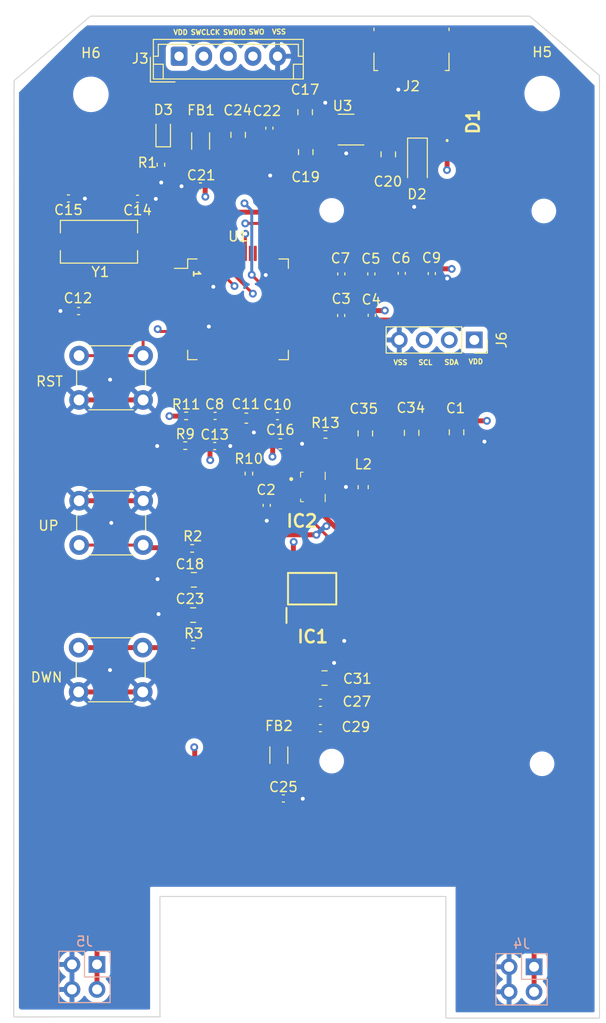
<source format=kicad_pcb>
(kicad_pcb (version 20221018) (generator pcbnew)
  (layers (0 "F.Cu" signal) (1 "In1.Cu" signal "Signal.Cu") (2 "In2.Cu" power "Pwr3_3.Cu") (31 "B.Cu" power) (34 "B.Paste" user) (35 "F.Paste" user) (36 "B.SilkS" user "B.Silkscreen") (37 "F.SilkS" user "F.Silkscreen") (38 "B.Mask" user) (39 "F.Mask" user) (44 "Edge.Cuts" user))
  (net 0 "")
  (net 1 "Raw")
  (net 2 "GND")
  (net 3 "Net-(IC2-VAUX)")
  (net 4 "+3.3V")
  (net 5 "/V_Cap")
  (net 6 "/Nrst")
  (net 7 "/Crystal_in")
  (net 8 "/Crystal_out")
  (net 9 "Net-(U3-BYP)")
  (net 10 "/Main_Supply/Pot_up")
  (net 11 "board_out")
  (net 12 "/Main_Supply/Pot_dwn")
  (net 13 "VOUT")
  (net 14 "Net-(D3-K)")
  (net 15 "Main_Supply")
  (net 16 "FB")
  (net 18 "Net-(IC2-EN)")
  (net 19 "/Main_Supply/PG")
  (net 20 "/Main_Supply/switch_L2")
  (net 21 "/Main_Supply/switch_L1")
  (net 25 "unconnected-(J2-Shield-Pad6)")
  (net 26 "SWCLCK")
  (net 27 "SWDIO")
  (net 28 "SWO")
  (net 29 "SDA")
  (net 30 "SCL")
  (net 31 "ADC1")
  (net 74 "Net-(R2-Pad1)")
  (net 75 "Net-(R3-Pad1)")
  (net 76 "/Board_PWR/usb_out")
  (footprint "Capacitor_SMD:C_0402_1005Metric" (layer "F.Cu") (at 212.43 56.8 -90)
    (fp_text reference "C5")
    (fp_text value "100nF")
  )
  (footprint "Connector_JST:JST_EH_B5B-EH-A_1x05_P2.50mm_Vertical" (layer "F.Cu") (at 192.91 34.7)
    (fp_text reference "J3")
    (fp_text value "Conn_01x05_Pin")
  )
  (footprint "Capacitor_SMD:C_0805_2012Metric" (layer "F.Cu") (at 194.41 87.85 180)
    (fp_text reference "C18")
    (fp_text value "10uF")
  )
  (footprint "Capacitor_SMD:C_0402_1005Metric" (layer "F.Cu") (at 195.08 47.92 180)
    (fp_text reference "C21")
    (fp_text value "22uF")
  )
  (footprint "Capacitor_SMD:C_0603_1608Metric" (layer "F.Cu") (at 203.19 74.05)
    (fp_text reference "C16")
    (fp_text value "4uF7")
  )
  (footprint "Capacitor_SMD:C_0402_1005Metric" (layer "F.Cu") (at 202.9 71.23)
    (fp_text reference "C10")
    (fp_text value "100nF")
  )
  (footprint "Capacitor_SMD:C_0805_2012Metric" (layer "F.Cu") (at 205.77 44.43 90)
    (fp_text reference "C19")
    (fp_text value "10uF")
  )
  (footprint "Resistor_SMD:R_0402_1005Metric" (layer "F.Cu") (at 191.07 45.71 -90)
    (fp_text reference "R1")
    (fp_text value "200")
  )
  (footprint "Capacitor_SMD:C_0402_1005Metric" (layer "F.Cu") (at 209.37 61.02 -90)
    (fp_text reference "C3")
    (fp_text value "100nF")
  )
  (footprint "Capacitor_SMD:C_0805_2012Metric" (layer "F.Cu") (at 198.91 42.68 -90)
    (fp_text reference "C24")
    (fp_text value "10uF")
  )
  (footprint "MountingHole:MountingHole_2.1mm" (layer "F.Cu") (at 229.94 50.41)
    (fp_text reference "H1" hide)
    (fp_text value "MountingHole")
  )
  (footprint "Capacitor_SMD:C_0603_1608Metric" (layer "F.Cu") (at 199.74 71.44)
    (fp_text reference "C11")
    (fp_text value "4uF7")
  )
  (footprint "Capacitor_SMD:C_0805_2012Metric" (layer "F.Cu") (at 216.52 72.93 -90)
    (fp_text reference "C34")
    (fp_text value "10uF")
  )
  (footprint "Button_Switch_THT:SW_PUSH_6mm_H7.3mm" (layer "F.Cu") (at 189.26 69.59 180)
    (fp_text reference "RST")
    (fp_text value "SW_Push")
  )
  (footprint "Inductor_SMD:L_1206_3216Metric" (layer "F.Cu") (at 203.04 105.645 90)
    (fp_text reference "FB2")
    (fp_text value "FerriteBead")
  )
  (footprint "Resistor_SMD:R_0402_1005Metric" (layer "F.Cu") (at 194.24 84.66)
    (fp_text reference "R2")
    (fp_text value "100")
  )
  (footprint "Capacitor_SMD:C_0402_1005Metric" (layer "F.Cu") (at 207.26 100.33)
    (fp_text reference "C27")
    (fp_text value "22uF")
  )
  (footprint "Button_Switch_THT:SW_PUSH_6mm_H7.3mm" (layer "F.Cu") (at 189.22 99.23 180)
    (fp_text reference "DWN")
    (fp_text value "SW_Push")
  )
  (footprint "Capacitor_SMD:C_0402_1005Metric" (layer "F.Cu") (at 218.57 56.76 -90)
    (fp_text reference "C9")
    (fp_text value "100nF")
  )
  (footprint "Capacitor_SMD:C_0805_2012Metric" (layer "F.Cu") (at 221.08 72.87 -90)
    (fp_text reference "C1")
    (fp_text value "10uF")
  )
  (footprint "Resistor_SMD:R_0402_1005Metric" (layer "F.Cu") (at 193.63 71.21)
    (fp_text reference "R11")
    (fp_text value "100")
  )
  (footprint "Resistor_SMD:R_0402_1005Metric" (layer "F.Cu") (at 207.77 73.09)
    (fp_text reference "R13")
    (fp_text value "10K")
  )
  (footprint "Capacitor_SMD:C_0805_2012Metric" (layer "F.Cu") (at 214.15 44.66 90)
    (fp_text reference "C20")
    (fp_text value "10uF")
  )
  (footprint "Custom_eric:TPS630701RNMR" (layer "F.Cu") (at 205.972 78.42)
    (fp_text reference "IC2")
    (fp_text value "TPS63070RNMR" hide)
  )
  (footprint "Capacitor_SMD:C_0402_1005Metric" (layer "F.Cu") (at 215.52 56.74 -90)
    (fp_text reference "C6")
    (fp_text value "100nF")
  )
  (footprint "Capacitor_SMD:C_0402_1005Metric" (layer "F.Cu") (at 203.5 110.04)
    (fp_text reference "C25")
    (fp_text value "22uF")
  )
  (footprint "Resistor_SMD:R_0402_1005Metric" (layer "F.Cu") (at 193.54 74.23)
    (fp_text reference "R9")
    (fp_text value "100")
  )
  (footprint "Capacitor_SMD:C_0402_1005Metric" (layer "F.Cu") (at 188.69 49.17 180)
    (fp_text reference "C14")
    (fp_text value "16pF")
  )
  (footprint "Capacitor_SMD:C_0805_2012Metric" (layer "F.Cu") (at 207.68 97.82)
    (fp_text reference "C31")
    (fp_text value "10uF")
  )
  (footprint "Crystal:Crystal_SMD_ECS_CSM3X-2Pin_7.6x4.1mm" (layer "F.Cu") (at 184.78 53.53)
    (fp_text reference "Y1")
    (fp_text value "26MHz")
  )
  (footprint "MountingHole:MountingHole_2.1mm" (layer "F.Cu") (at 208.4 50.35)
    (fp_text reference "H3" hide)
    (fp_text value "MountingHole")
  )
  (footprint "Capacitor_SMD:C_0402_1005Metric" (layer "F.Cu") (at 196.57 71.21)
    (fp_text reference "C8")
    (fp_text value "100nF")
  )
  (footprint "Capacitor_SMD:C_0402_1005Metric" (layer "F.Cu") (at 201.81 80.29 90)
    (fp_text reference "C2")
    (fp_text value "100nF")
  )
  (footprint "Connector_PinSocket_2.54mm:PinSocket_1x04_P2.54mm_Vertical" (layer "F.Cu") (at 222.88 63.5 -90)
    (fp_text reference "J6")
    (fp_text value "Conn_01x04_Socket" hide)
  )
  (footprint "Diode_SMD:D_SOD-123" (layer "F.Cu") (at 217.11 45.37 -90)
    (fp_text reference "D2")
    (fp_text value "D_Zener")
  )
  (footprint "Capacitor_SMD:C_0402_1005Metric" (layer "F.Cu") (at 182.71 60.57 180)
    (fp_text reference "C12")
    (fp_text value "100nF")
  )
  (footprint "Capacitor_SMD:C_0805_2012Metric" (layer "F.Cu") (at 194.34 91.43 180)
    (fp_text reference "C23")
    (fp_text value "10uF")
  )
  (footprint "Resistor_SMD:R_0402_1005Metric" (layer "F.Cu") (at 194.34 94.42)
    (fp_text reference "R3")
    (fp_text value "100")
  )
  (footprint "Inductor_SMD:L_1206_3216Metric" (layer "F.Cu") (at 195.1 43.31 90)
    (fp_text reference "FB1")
    (fp_text value "FerriteBead")
  )
  (footprint "Package_QFP:LQFP-64_10x10mm_P0.5mm" (layer "F.Cu") (at 198.895 60.39)
    (fp_text reference "U1")
    (fp_text value "STM32F401RBTx")
  )
  (footprint "MountingHole:MountingHole_3.2mm_M3" (layer "F.Cu") (at 229.77 38.49)
    (fp_text reference "H5")
    (fp_text value "MountingHole")
  )
  (footprint "Connector_USB:USB_Micro-B_Molex_47346-0001" (layer "F.Cu") (at 216.505 34.44 180)
    (fp_text reference "J2")
    (fp_text value "USB_B_Mini")
  )
  (footprint "Capacitor_SMD:C_0402_1005Metric" (layer "F.Cu") (at 202.08 42 -90)
    (fp_text reference "C22")
    (fp_text value "22uF")
  )
  (footprint "LED_SMD:LED_0603_1608Metric" (layer "F.Cu") (at 191.3 42.4075 90)
    (fp_text reference "D3")
    (fp_text value "LED")
  )
  (footprint "Capacitor_SMD:C_0402_1005Metric" (layer "F.Cu") (at 196.53 74.27)
    (fp_text reference "C13")
    (fp_text value "100nF")
  )
  (footprint "Inductor_SMD:L_0603_1608Metric" (layer "F.Cu") (at 211.6 78.44 90)
    (fp_text reference "L2")
    (fp_text value "1.5uH")
  )
  (footprint "Capacitor_SMD:C_0402_1005Metric" (layer "F.Cu") (at 181.68 49.14 180)
    (fp_text reference "C15")
    (fp_text value "16pF")
  )
  (footprint "Capacitor_SMD:C_0402_1005Metric" (layer "F.Cu") (at 212.47 61 -90)
    (fp_text reference "C4")
    (fp_text value "100nF")
  )
  (footprint "Button_Switch_THT:SW_PUSH_6mm_H7.3mm" (layer "F.Cu") (at 182.77 79.82)
    (fp_text reference "UP")
    (fp_text value "SW_Push")
  )
  (footprint "Capacitor_SMD:C_0402_1005Metric" (layer "F.Cu") (at 209.38 56.8 -90)
    (fp_text reference "C7")
    (fp_text value "100nF")
  )
  (footprint "RB168VWM-30TR:RB168VWM30TR" (layer "F.Cu") (at 220.12 41.405 180)
    (fp_text reference "D1")
    (fp_text value "D_Schottky" hide)
  )
  (footprint "MountingHole:MountingHole_3.2mm_M3" (layer "F.Cu") (at 183.96 38.57)
    (fp_text reference "H6")
    (fp_text value "MountingHole")
  )
  (footprint "Resistor_SMD:R_0402_1005Metric" (layer "F.Cu") (at 200 77.06 -90)
    (fp_text reference "R10")
    (fp_text value "100K")
  )
  (footprint "MountingHole:MountingHole_2.1mm" (layer "F.Cu") (at 208.4 106.25)
    (fp_text reference "H4" hide)
    (fp_text value "MountingHole")
  )
  (footprint "Capacitor_SMD:C_0402_1005Metric" (layer "F.Cu") (at 207.26 102.9)
    (fp_text reference "C29")
    (fp_text value "22uF")
  )
  (footprint "Capacitor_SMD:C_0805_2012Metric" (layer "F.Cu") (at 211.82 72.99 -90)
    (fp_text reference "C35")
    (fp_text value "10uF")
  )
  (footprint "Package_TO_SOT_SMD:TSOT-23-5" (layer "F.Cu") (at 209.87 42.1475 180)
    (fp_text reference "U3")
    (fp_text value "LD3985G18R_TSOT23" hide)
  )
  (footprint "MountingHole:MountingHole_2.1mm" (layer "F.Cu") (at 229.76 106.52)
    (fp_text reference "H2" hide)
    (fp_text value "MountingHole")
  )
  (footprint "Capacitor_SMD:C_0805_2012Metric" (layer "F.Cu") (at 205.71 40.38 -90)
    (fp_text reference "C17")
    (fp_text value "10nF")
  )
  (footprint "Custom_eric:SOIC127P600X175-8N" (layer "F.Cu") (at 206.42 88.75 90)
    (fp_text reference "IC1")
    (fp_text value "ISL23511WFB8Z" hide)
  )
  (footprint "Connector_PinHeader_2.54mm:PinHeader_2x02_P2.54mm_Vertical" (layer "B.Cu") (at 228.95 127.13 180)
    (fp_text reference "J4")
    (fp_text value "Conn_02x02_Odd_Even")
  )
  (footprint "Connector_PinHeader_2.54mm:PinHeader_2x02_P2.54mm_Vertical" (layer "B.Cu") (at 184.58 126.89 180)
    (fp_text reference "J5")
    (fp_text value "Conn_02x02_Odd_Even")
  )
  (gr_poly (pts (xy 183.914732 30.63) (xy 228.501361 30.63) (xy 235.59 36.65) (xy 235.59 132.34) (xy 220.03 132.34) (xy 220 132.31) (xy 220 119.99) (xy 191.01 119.99) (xy 190.97 120.03) (xy 190.97 132.13) (xy 191.01 132.17) (xy 190.97 132.21) (xy 176.13 132.219657) (xy 176.13 119.4) (xy 176.16 37.18)) (stroke (width 0.1)) (fill none) (layer "Edge.Cuts"))
  (gr_text "SWCLCK" (at 194.03 32.56) (layer "F.SilkS") (effects (font (size 0.5 0.5) (thickness 0.125) bold) (justify left bottom)))
  (gr_text "SWO\n\n" (at 199.91 33.33) (layer "F.SilkS") (effects (font (size 0.5 0.5) (thickness 0.125) bold) (justify left bottom)))
  (gr_text "VSS\n" (at 202.28 32.51) (layer "F.SilkS") (effects (font (size 0.5 0.5) (thickness 0.125) bold) (justify left bottom)))
  (gr_text "SWDIO\n" (at 197.31 32.56) (layer "F.SilkS") (effects (font (size 0.5 0.5) (thickness 0.125) bold) (justify left bottom)))
  (gr_text "1" (at 194.3 56.34 -90) (layer "F.SilkS") (effects (font (size 0.7 0.7) (thickness 0.175) bold) (justify left bottom)))
  (gr_text "SDA" (at 219.78 66.06) (layer "F.SilkS") (effects (font (size 0.5 0.5) (thickness 0.125) bold) (justify left bottom)))
  (gr_text "VSS" (at 214.61 66.08) (layer "F.SilkS") (effects (font (size 0.5 0.5) (thickness 0.125) bold) (justify left bottom)))
  (gr_text "VDD\n" (at 192.27 32.56) (layer "F.SilkS") (effects (font (size 0.5 0.5) (thickness 0.125) bold) (justify left bottom)))
  (gr_text "SCL" (at 217.14 66.08) (layer "F.SilkS") (effects (font (size 0.5 0.5) (thickness 0.125) bold) (justify left bottom)))
  (gr_text "VDD" (at 222.24 65.99) (layer "F.SilkS") (effects (font (size 0.5 0.5) (thickness 0.125) bold) (justify left bottom)))
  (segment (start 216.58 71.92) (end 216.52 71.98) (width 0.5) (layer "F.Cu") (net 1))
  (segment (start 208.28 75.37) (end 207.18 76.47) (width 0.5) (layer "F.Cu") (net 1))
  (segment (start 216.52 71.98) (end 211.88 71.98) (width 0.5) (layer "F.Cu") (net 1))
  (segment (start 221.08 71.92) (end 216.58 71.92) (width 0.5) (layer "F.Cu") (net 1))
  (segment (start 209.33 72.04) (end 208.28 73.09) (width 0.5) (layer "F.Cu") (net 1))
  (segment (start 211.88 71.98) (end 211.82 72.04) (width 0.5) (layer "F.Cu") (net 1))
  (segment (start 220.12 46.24) (end 220.11 46.25) (width 0.5) (layer "F.Cu") (net 1))
  (segment (start 221.08 71.92) (end 221.29 71.71) (width 0.5) (layer "F.Cu") (net 1))
  (segment (start 207.18 76.47) (end 207.18 77.06) (width 0.5) (layer "F.Cu") (net 1))
  (segment (start 220.12 42.055) (end 220.12 46.24) (width 0.5) (layer "F.Cu") (net 1))
  (segment (start 208.28 73.09) (end 208.28 75.37) (width 0.5) (layer "F.Cu") (net 1))
  (segment (start 211.82 72.04) (end 209.33 72.04) (width 0.5) (layer "F.Cu") (net 1))
  (segment (start 221.29 71.71) (end 224.16 71.71) (width 0.5) (layer "F.Cu") (net 1))
  (via (at 220.11 46.25) (size 0.8) (drill 0.4) (layers "F.Cu" "B.Cu") (net 1))
  (via (at 224.16 71.71) (size 0.8) (drill 0.4) (layers "F.Cu" "B.Cu") (net 1))
  (segment (start 183.34 49.14) (end 183.35 49.15) (width 0.5) (layer "F.Cu") (net 2))
  (segment (start 215.205 38.055) (end 215.17 38.09) (width 0.5) (layer "F.Cu") (net 2))
  (segment (start 209.88 42.68) (end 209.88 44.56) (width 0.5) (layer "F.Cu") (net 2))
  (segment (start 209.06 45.38) (end 209.88 44.56) (width 0.5) (layer "F.Cu") (net 2))
  (segment (start 220.11 57.24) (end 220.13 57.26) (width 0.5) (layer "F.Cu") (net 2))
  (segment (start 193.39 91.43) (end 190.93 91.43) (width 0.5) (layer "F.Cu") (net 2))
  (segment (start 208.325 90.315) (end 208.325 91.462) (width 0.5) (layer "F.Cu") (net 2))
  (segment (start 202.16 45.27) (end 202.16 46.81) (width 0.5) (layer "F.Cu") (net 2))
  (segment (start 221.08 73.82) (end 223.91 73.82) (width 0.5) (layer "F.Cu") (net 2))
  (segment (start 200.5 72.89) (end 200.5 71.455) (width 0.5) (layer "F.Cu") (net 2))
  (segment (start 193.46 87.85) (end 190.8 87.85) (width 0.5) (layer "F.Cu") (net 2))
  (segment (start 196.39 58.1) (end 195.645 57.355) (width 0.5) (layer "F.Cu") (net 2))
  (segment (start 216.52 73.88) (end 221.02 73.88) (width 0.5) (layer "F.Cu") (net 2))
  (segment (start 185.9 99.23) (end 185.9 97.01) (width 0.5) (layer "F.Cu") (net 2))
  (segment (start 212.47 61.48) (end 214.88 61.48) (width 0.5) (layer "F.Cu") (net 2))
  (segment (start 190.73 74.23) (end 190.69 74.27) (width 0.5) (layer "F.Cu") (net 2))
  (segment (start 201.81 80.77) (end 201.81 81.85) (width 0.5) (layer "F.Cu") (net 2))
  (segment (start 208.325 92.695) (end 209.68 94.05) (width 0.5) (layer "F.Cu") (net 2))
  (segment (start 211.82 73.94) (end 216.46 73.94) (width 0.5) (layer "F.Cu") (net 2))
  (segment (start 216.17 49.38) (end 217.11 48.44) (width 0.5) (layer "F.Cu") (net 2))
  (segment (start 212.43 57.28) (end 215.46 57.28) (width 0.5) (layer "F.Cu") (net 2))
  (segment (start 205.534 79.17) (end 205.91 79.17) (width 0.5) (layer "F.Cu") (net 2))
  (segment (start 193.18 47.92) (end 193.16 47.9) (width 0.5) (layer "F.Cu") (net 2))
  (segment (start 202.15 45.26) (end 202.16 45.27) (width 0.5) (layer "F.Cu") (net 2))
  (segment (start 207.285 78.42) (end 209.85 78.42) (width 0.5) (layer "F.Cu") (net 2))
  (segment (start 185.91 69.53) (end 185.91 67.53) (width 0.5) (layer "F.Cu") (net 2))
  (segment (start 214.15 45.61) (end 214.15 47.36) (width 0.5) (layer "F.Cu") (net 2))
  (segment (start 205.91 79.17) (end 206.66 78.42) (width 0.5) (layer "F.Cu") (net 2))
  (segment (start 208.325 91.462) (end 208.325 92.695) (width 0.5) (layer "F.Cu") (net 2))
  (segment (start 191.07 47.49) (end 191.1 47.52) (width 0.5) (layer "F.Cu") (net 2))
  (segment (start 194.6 47.92) (end 193.18 47.92) (width 0.5) (layer "F.Cu") (net 2))
  (segment (start 182.16 49.14) (end 183.34 49.14) (width 0.5) (layer "F.Cu") (net 2))
  (segment (start 185.9 99.23) (end 189.22 99.23) (width 0.5) (layer "F.Cu") (net 2))
  (segment (start 214.15 47.36) (end 216.17 49.38) (width 0.5) (layer "F.Cu") (net 2))
  (segment (start 203.98 110.04) (end 205.44 110.04) (width 0.5) (layer "F.Cu") (net 2))
  (segment (start 214.88 61.48) (end 215.26 61.86) (width 0.5) (layer "F.Cu") (net 2))
  (segment (start 195.93 62.14) (end 193.22 62.14) (width 0.5) (layer "F.Cu") (net 2))
  (segment (start 190.93 91.43) (end 190.83 91.33) (width 0.5) (layer "F.Cu") (net 2))
  (segment (start 185.97 69.59) (end 185.91 69.53) (width 0.5) (layer "F.Cu") (net 2))
  (segment (start 216.17 49.38) (end 216.78 49.99) (width 0.5) (layer "F.Cu") (net 2))
  (segment (start 215.46 57.28) (end 215.52 57.22) (width 0.5) (layer "F.Cu") (net 2))
  (segment (start 207.74 99.98) (end 208.63 99.09) (width 0.5) (layer "F.Cu") (net 2))
  (segment (start 195.645 62.425) (end 195.645 66.065) (width 0.5) (layer "F.Cu") (net 2))
  (segment (start 217.11 48.44) (end 217.11 47.02) (width 0.5) (layer "F.Cu") (net 2))
  (segment (start 206.46 79.395) (end 206.235 79.17) (width 0.5) (layer "F.Cu") (net 2))
  (segment (start 203.38 72.41) (end 203.38 71.23) (width 0.5) (layer "F.Cu") (net 2))
  (segment (start 197.05 71.21) (end 197.05 74.23) (width 0.5) (layer "F.Cu") (net 2))
  (segment (start 200.54 45.26) (end 198.91 43.63) (width 0.5) (layer "F.Cu") (net 2))
  (segment (start 182.23 60.57) (end 180.88 60.57) (width 0.5) (layer "F.Cu") (net 2))
  (segment (start 207.74 39.43) (end 207.75 39.42) (width 0.5) (layer "F.Cu") (net 2))
  (segment (start 195.93 62.14) (end 195.645 62.425) (width 0.5) (layer "F.Cu") (net 2))
  (segment (start 215.26 61.86) (end 215.26 63.5) (width 0.5) (layer "F.Cu") (net 2))
  (segment (start 203.965 72.995) (end 203.38 72.41) (width 0.5) (layer "F.Cu") (net 2))
  (segment (start 210.4125 42.1475) (end 209.88 42.68) (width 0.5) (layer "F.Cu") (net 2))
  (segment (start 186.03 79.82) (end 186.03 82.07) (width 0.5) (layer "F.Cu") (net 2))
  (segment (start 216.46 73.94) (end 216.52 73.88) (width 0.5) (layer "F.Cu") (net 2))
  (segment (start 197.05 74.23) (end 197.01 74.27) (width 0.5) (layer "F.Cu") (net 2))
  (segment (start 207.055 86.038) (end 207.055 89.045) (width 0.5) (layer "F.Cu") (net 2))
  (segment (start 207.74 102.9) (end 207.74 100.33) (width 0.5) (layer "F.Cu") (net 2))
  (segment (start 191.07 46.22) (end 191.07 47.49) (width 0.5) (layer "F.Cu") (net 2))
  (segment (start 209.37 61.5) (end 212.45 61.5) (width 0.5) (layer "F.Cu") (net 2))
  (segment (start 185.97 69.59) (end 182.76 69.59) (width 0.5) (layer "F.Cu") (net 2))
  (segment (start 182.72 99.23) (end 185.9 99.23) (width 0.5) (layer "F.Cu") (net 2))
  (segment (start 203.965 74.05) (end 205.39 74.05) (width 0.5) (layer "F.Cu") (net 2))
  (segment (start 206.46 79.82) (end 206.46 79.395) (width 0.5) (layer "F.Cu") (net 2))
  (segment (start 202.145 67.275) (end 202.03 67.39) (width 0.3) (layer "F.Cu") (net 2))
  (segment (start 205.77 45.38) (end 209.06 45.38) (width 0.5) (layer "F.Cu") (net 2))
  (segment (start 204.57 57.14) (end 201.94 57.14) (width 0.3) (layer "F.Cu") (net 2))
  (segment (start 212.45 61.5) (end 212.47 61.48) (width 0.5) (layer "F.Cu") (net 2))
  (segment (start 205.96 74.6) (end 205.4 74.04) (width 0.5) (layer "F.Cu") (net 2))
  (segment (start 207.74 100.33) (end 207.74 99.98) (width 0.5) (layer "F.Cu") (net 2))
  (segment (start 202.15 45.26) (end 200.54 45.26) (width 0.5) (layer "F.Cu") (net 2))
  (segment (start 207.055 89.045) (end 208.325 90.315) (width 0.5) (layer "F.Cu") (net 2))
  (segment (start 200.515 71.44) (end 200.515 68.905) (width 0.5) (layer "F.Cu") (net 2))
  (segment (start 180.88 60.57) (end 180.87 60.56) (width 0.5) (layer "F.Cu") (net 2))
  (segment (start 202.145 66.065) (end 202.145 67.275) (width 0.3) (layer "F.Cu") (net 2))
  (segment (start 203.965 74.05) (end 203.965 72.995) (width 0.5) (layer "F.Cu") (net 2))
  (segment (start 205.96 77.02) (end 205.96 74.6) (width 0.5) (layer "F.Cu") (net 2))
  (segment (start 202.27 45.38) (end 202.15 45.26) (width 0.5) (layer "F.Cu") (net 2))
  (segment (start 205.77 45.38) (end 202.27 45.38) (width 0.5) (layer "F.Cu") (net 2))
  (segment (start 197.01 74.27) (end 198.11 74.27) (width 0.5) (layer "F.Cu") (net 2))
  (segment (start 218.57 57.24) (end 220.11 57.24) (width 0.5) (layer "F.Cu") (net 2))
  (segment (start 193.03 74.23) (end 190.73 74.23) (width 0.5) (layer "F.Cu") (net 2))
  (segment (start 202.15 45.26) (end 202.15 42.55) (width 0.5) (layer "F.Cu") (net 2))
  (segment (start 208.63 96.3) (end 208.65 96.28) (width 0.5) (layer "F.Cu") (net 2))
  (segment (start 205.39 74.05) (end 205.4 74.04) (width 0.5) (layer "F.Cu") (net 2))
  (segment (start 215.205 35.9) (end 215.205 38.055) (width 0.5) (layer "F.Cu") (net 2))
  (segment (start 221.02 73.88) (end 221.08 73.82) (width 0.5) (layer "F.Cu") (net 2))
  (segment (start 195.645 57.355) (end 195.645 54.715) (width 0.5) (layer "F.Cu") (net 2))
  (segment (start 209.38 57.28) (end 212.43 57.28) (width 0.5) (layer "F.Cu") (net 2))
  (segment (start 201.94 57.14) (end 201.71 56.91) (width 0.3) (layer "F.Cu") (net 2))
  (segment (start 189.17 49.17) (end 190.54 49.17) (width 0.5) (layer "F.Cu") (net 2))
  (segment (start 189.26 69.59) (end 185.97 69.59) (width 0.5) (layer "F.Cu") (net 2))
  (segment (start 215.52 57.22) (end 218.55 57.22) (width 0.5) (layer "F.Cu") (net 2))
  (segment (start 205.71 39.43) (end 207.74 39.43) (width 0.5) (layer "F.Cu") (net 2))
  (segment (start 200.515 68.905) (end 202.03 67.39) (width 0.5) (layer "F.Cu") (net 2))
  (segment (start 195.93 62.14) (end 195.929999 62.140001) (width 0.5) (layer "F.Cu") (net 2))
  (segment (start 189.27 79.82) (end 186.03 79.82) (width 0.5) (layer "F.Cu") (net 2))
  (segment (start 197.145 57.345) (end 197.145 54.715) (width 0.5) (layer "F.Cu") (net 2))
  (segment (start 218.55 57.22) (end 218.57 57.24) (width 0.5) (layer "F.Cu") (net 2))
  (segment (start 200.5 71.455) (end 200.515 71.44) (width 0.5) (layer "F.Cu") (net 2))
  (segment (start 206.235 79.17) (end 205.91 79.17) (width 0.5) (layer "F.Cu") (net 2))
  (segment (start 206.66 78.42) (end 207.285 78.42) (width 0.5) (layer "F.Cu") (net 2))
  (segment (start 205.44 110.04) (end 205.47 110.07) (width 0.5) (layer "F.Cu") (net 2))
  (segment (start 202.15 42.55) (end 202.08 42.48) (width 0.5) (layer "F.Cu") (net 2))
  (segment (start 211.0075 42.1475) (end 210.4125 42.1475) (width 0.5) (layer "F.Cu") (net 2))
  (segment (start 190.8 87.85) (end 190.73 87.78) (width 0.5) (layer "F.Cu") (net 2))
  (segment (start 186.03 79.82) (end 182.77 79.82) (width 0.5) (layer "F.Cu") (net 2))
  (segment (start 196.39 58.1) (end 197.145 57.345) (width 0.5) (layer "F.Cu") (net 2))
  (segment (start 208.63 99.09) (end 208.63 97.82) (width 0.5) (layer "F.Cu") (net 2))
  (segment (start 208.63 97.82) (end 208.63 96.3) (width 0.5) (layer "F.Cu") (net 2))
  (via (at 190.69 74.27) (size 0.8) (drill 0.4) (layers "F.Cu" "B.Cu") (net 2))
  (via (at 209.68 94.05) (size 0.8) (drill 0.4) (layers "F.Cu" "B.Cu") (net 2))
  (via (at 196.39 58.1) (size 0.8) (drill 0.4) (layers "F.Cu" "B.Cu") (net 2))
  (via (at 200.5 72.89) (size 0.8) (drill 0.4) (layers "F.Cu" "B.Cu") (net 2))
  (via (at 207.75 39.42) (size 0.8) (drill 0.4) (layers "F.Cu" "B.Cu") (net 2))
  (via (at 201.81 81.85) (size 0.8) (drill 0.4) (layers "F.Cu" "B.Cu") (net 2))
  (via (at 198.11 74.27) (size 0.8) (drill 0.4) (layers "F.Cu" "B.Cu") (net 2))
  (via (at 209.88 44.56) (size 0.8) (drill 0.4) (layers "F.Cu" "B.Cu") (net 2))
  (via (at 215.17 38.09) (size 0.8) (drill 0.4) (layers "F.Cu" "B.Cu") (net 2))
  (via (at 195.929999 62.140001) (size 0.8) (drill 0.4) (layers "F.Cu" "B.Cu") (net 2))
  (via (at 205.47 110.07) (size 0.8) (drill 0.4) (layers "F.Cu" "B.Cu") (net 2))
  (via (at 220.13 57.26) (size 0.8) (drill 0.4) (layers "F.Cu" "B.Cu") (net 2))
  (via (at 183.35 49.15) (size 0.8) (drill 0.4) (layers "F.Cu" "B.Cu") (net 2))
  (via (at 201.71 56.91) (size 0.8) (drill 0.4) (layers "F.Cu" "B.Cu") (net 2))
  (via (at 190.73 87.78) (size 0.8) (drill 0.4) (layers "F.Cu" "B.Cu") (net 2))
  (via (at 223.91 73.82) (size 0.8) (drill 0.4) (layers "F.Cu" "B.Cu") (net 2))
  (via (at 190.55 49.18) (size 0.8) (drill 0.4) (layers "F.Cu" "B.Cu") (net 2))
  (via (at 185.9 97.01) (size 0.8) (drill 0.4) (layers "F.Cu" "B.Cu") (net 2))
  (via (at 202.16 46.81) (size 0.8) (drill 0.4) (layers "F.Cu" "B.Cu") (net 2))
  (via (at 209.85 78.42) (size 0.8) (drill 0.4) (layers "F.Cu" "B.Cu") (net 2))
  (via (at 208.65 96.28) (size 0.8) (drill 0.4) (layers "F.Cu" "B.Cu") (net 2))
  (via (at 191.1 47.52) (size 0.8) (drill 0.4) (layers "F.Cu" "B.Cu") (net 2))
  (via (at 190.83 91.33) (size 0.8) (drill 0.4) (layers "F.Cu" "B.Cu") (net 2))
  (via (at 186.03 82.07) (size 0.8) (drill 0.4) (layers "F.Cu" "B.Cu") (net 2))
  (via (at 180.87 60.56) (size 0.8) (drill 0.4) (layers "F.Cu" "B.Cu") (net 2))
  (via (at 193.16 47.9) (size 0.8) (drill 0.4) (layers "F.Cu" "B.Cu") (net 2))
  (via (at 216.78 49.99) (size 0.8) (drill 0.4) (layers "F.Cu" "B.Cu") (net 2))
  (via (at 205.4 74.04) (size 0.8) (drill 0.4) (layers "F.Cu" "B.Cu") (net 2))
  (via (at 185.91 67.53) (size 0.8) (drill 0.4) (layers "F.Cu" "B.Cu") (net 2))
  (segment (start 205.534 78.67) (end 202.29 78.67) (width 0.3) (layer "F.Cu") (net 3))
  (segment (start 201.81 79.15) (end 201.81 79.81) (width 0.3) (layer "F.Cu") (net 3))
  (segment (start 202.29 78.67) (end 201.81 79.15) (width 0.3) (layer "F.Cu") (net 3))
  (segment (start 193.22 62.64) (end 190.98 62.64) (width 0.3) (layer "F.Cu") (net 4))
  (segment (start 193.22 56.64) (end 193.220002 56.64) (width 0.3) (layer "F.Cu") (net 4))
  (segment (start 195.145 51.515) (end 195.145 54.715002) (width 0.5) (layer "F.Cu") (net 4))
  (segment (start 215.54 56.28) (end 215.52 56.26) (width 0.5) (layer "F.Cu") (net 4))
  (segment (start 205.47 56.64) (end 204.569998 56.64) (width 0.5) (layer "F.Cu") (net 4))
  (segment (start 196.05 75.68) (end 196.07 75.7) (width 0.5) (layer "F.Cu") (net 4))
  (segment (start 195.56 47.92) (end 195.56 48.94) (width 0.5) (layer "F.Cu") (net 4))
  (segment (start 196.13 50.53) (end 195.145 51.515) (width 0.5) (layer "F.Cu") (net 4))
  (segment (start 191.17 55.86) (end 191.95 56.64) (width 0.5) (layer "F.Cu") (net 4))
  (segment (start 202.43 73.945) (end 202.43 71.24) (width 0.5) (layer "F.Cu") (net 4))
  (segment (start 202.415 74.05) (end 202.415 75.325) (width 0.5) (layer "F.Cu") (net 4))
  (segment (start 202.645 68.005) (end 202.645 66.065002) (width 0.5) (layer "F.Cu") (net 4))
  (segment (start 209.39 60.52) (end 209.37 60.54) (width 0.5) (layer "F.Cu") (net 4))
  (segment (start 202.42 68.23) (end 202.645 68.005) (width 0.5) (layer "F.Cu") (net 4))
  (segment (start 196.145 66.065) (end 196.145 66.85) (width 0.3) (layer "F.Cu") (net 4))
  (segment (start 215.52 56.26) (end 212.49 56.26) (width 0.5) (layer "F.Cu") (net 4))
  (segment (start 220.58 56.28) (end 220.59 56.29) (width 0.5) (layer "F.Cu") (net 4))
  (segment (start 196.05 74.27) (end 196.05 75.68) (width 0.5) (layer "F.Cu") (net 4))
  (segment (start 202.645 66.065) (end 202.645 66.065002) (width 0.3) (layer "F.Cu") (net 4))
  (segment (start 209.38 56.32) (end 203.59 50.53) (width 0.5) (layer "F.Cu") (net 4))
  (segment (start 212.47 60.52) (end 213.79 60.52) (width 0.5) (layer "F.Cu") (net 4))
  (segment (start 202.42 71.23) (end 202.42 68.23) (width 0.5) (layer "F.Cu") (net 4))
  (segment (start 195.145 53.59) (end 191.92 53.59) (width 0.5) (layer "F.Cu") (net 4))
  (segment (start 212.49 56.26) (end 212.43 56.32) (width 0.5) (layer "F.Cu") (net 4))
  (segment (start 191.92 53.59) (end 191.17 54.34) (width 0.5) (layer "F.Cu") (net 4))
  (segment (start 204.515 86.038) (end 204.515 84.035) (width 0.5) (layer "F.Cu") (net 4))
  (segment (start 202.415 75.325) (end 202.39 75.35) (width 0.5) (layer "F.Cu") (net 4))
  (segment (start 196.09 71.21) (end 196.09 66.905) (width 0.5) (layer "F.Cu") (net 4))
  (segment (start 218.57 56.28) (end 215.54 56.28) (width 0.5) (layer "F.Cu") (net 4))
  (segment (start 218.57 56.28) (end 220.58 56.28) (width 0.5) (layer "F.Cu") (net 4))
  (segment (start 209.37 60.54) (end 205.47 56.64) (width 0.5) (layer "F.Cu") (net 4))
  (segment (start 190.98 62.64) (end 190.74 62.4) (width 0.3) (layer "F.Cu") (net 4))
  (segment (start 213.79 60.52) (end 213.8 60.51) (width 0.5) (layer "F.Cu") (net 4))
  (segment (start 191.95 56.64) (end 193.220002 56.64) (width 0.5) (layer "F.Cu") (net 4))
  (segment (start 212.43 56.32) (end 209.38 56.32) (width 0.5) (layer "F.Cu") (net 4))
  (segment (start 195.56 45.345) (end 195.56 47.92) (width 0.5) (layer "F.Cu") (net 4))
  (segment (start 204.515 84.035) (end 204.55 84) (width 0.5) (layer "F.Cu") (net 4))
  (segment (start 204.57 56.64) (end 204.569998 56.64) (width 0.3) (layer "F.Cu") (net 4))
  (segment (start 203.59 50.53) (end 196.13 50.53) (width 0.5) (layer "F.Cu") (net 4))
  (segment (start 212.47 60.52) (end 209.39 60.52) (width 0.5) (layer "F.Cu") (net 4))
  (segment (start 195.145 54.715002) (end 195.145 53.59) (width 0.5) (layer "F.Cu") (net 4))
  (segment (start 195.145 54.715) (end 195.145 54.715002) (width 0.3) (layer "F.Cu") (net 4))
  (segment (start 196.02 74.1) (end 196.02 71.28) (width 0.5) (layer "F.Cu") (net 4))
  (segment (start 195.1 44.885) (end 195.56 45.345) (width 0.5) (layer "F.Cu") (net 4))
  (segment (start 191.17 54.34) (end 191.17 55.86) (width 0.5) (layer "F.Cu") (net 4))
  (segment (start 195.56 48.94) (end 195.58 48.96) (width 0.5) (layer "F.Cu") (net 4))
  (via (at 196.07 75.7) (size 0.8) (drill 0.4) (layers "F.Cu" "B.Cu") (net 4))
  (via (at 213.8 60.51) (size 0.8) (drill 0.4) (layers "F.Cu" "B.Cu") (net 4))
  (via (at 190.74 62.4) (size 0.8) (drill 0.4) (layers "F.Cu" "B.Cu") (net 4))
  (via (at 195.58 48.96) (size 0.8) (drill 0.4) (layers "F.Cu" "B.Cu") (net 4))
  (via (at 204.55 84) (size 0.8) (drill 0.4) (layers "F.Cu" "B.Cu") (net 4))
  (via (at 220.59 56.29) (size 0.8) (drill 0.4) (layers "F.Cu" "B.Cu") (net 4))
  (via (at 202.39 75.35) (size 0.8) (drill 0.4) (layers "F.Cu" "B.Cu") (net 4))
  (segment (start 201.645 66.941041) (end 198.956041 69.63) (width 0.3) (layer "F.Cu") (net 5))
  (segment (start 198.956041 71.431041) (end 198.965 71.44) (width 0.3) (layer "F.Cu") (net 5))
  (segment (start 201.645 66.065) (end 201.645 66.941041) (width 0.3) (layer "F.Cu") (net 5))
  (segment (start 198.956041 69.63) (end 198.956041 71.431041) (width 0.3) (layer "F.Cu") (net 5))
  (segment (start 190.85 59.64) (end 193.22 59.64) (width 0.3) (layer "F.Cu") (net 6))
  (segment (start 188.8 60.57) (end 189.92 60.57) (width 0.3) (layer "F.Cu") (net 6))
  (segment (start 189.92 60.57) (end 190.85 59.64) (width 0.3) (layer "F.Cu") (net 6))
  (segment (start 183.19 60.57) (end 188.8 60.57) (width 0.3) (layer "F.Cu") (net 6))
  (segment (start 189.36 60.57) (end 189.26 60.67) (width 0.3) (layer "F.Cu") (net 6))
  (segment (start 188.8 60.57) (end 189.36 60.57) (width 0.3) (layer "F.Cu") (net 6))
  (segment (start 189.26 60.67) (end 189.26 65.09) (width 0.3) (layer "F.Cu") (net 6))
  (segment (start 189.26 65.09) (end 182.76 65.09) (width 0.3) (layer "F.Cu") (net 6))
  (segment (start 188.21 49.17) (end 187.53 49.85) (width 0.3) (layer "F.Cu") (net 7))
  (segment (start 187.53 49.85) (end 187.53 53.53) (width 0.3) (layer "F.Cu") (net 7))
  (segment (start 187.53 56.387107) (end 189.782893 58.64) (width 0.3) (layer "F.Cu") (net 7))
  (segment (start 189.782893 58.64) (end 193.22 58.64) (width 0.3) (layer "F.Cu") (net 7))
  (segment (start 187.53 53.53) (end 187.53 56.387107) (width 0.3) (layer "F.Cu") (net 7))
  (segment (start 181.2 49.14) (end 181.2 51.98) (width 0.3) (layer "F.Cu") (net 8))
  (segment (start 181.2 51.84) (end 181.2 52.84) (width 0.3) (layer "F.Cu") (net 8))
  (segment (start 181.89 53.53) (end 182.03 53.53) (width 0.3) (layer "F.Cu") (net 8))
  (segment (start 181.2 52.84) (end 181.89 53.53) (width 0.3) (layer "F.Cu") (net 8))
  (segment (start 185.22 59.14) (end 182.03 55.95) (width 0.3) (layer "F.Cu") (net 8))
  (segment (start 182.03 55.95) (end 182.03 53.53) (width 0.3) (layer "F.Cu") (net 8))
  (segment (start 193.22 59.14) (end 185.22 59.14) (width 0.3) (layer "F.Cu") (net 8))
  (segment (start 205.8425 41.1975) (end 205.71 41.33) (width 0.5) (layer "F.Cu") (net 9))
  (segment (start 208.7325 41.1975) (end 205.8425 41.1975) (width 0.5) (layer "F.Cu") (net 9))
  (segment (start 195.36 87.85) (end 197.46 87.85) (width 0.3) (layer "F.Cu") (net 10))
  (segment (start 197.39 84.66) (end 197.7 84.97) (width 0.3) (layer "F.Cu") (net 10))
  (segment (start 197.46 87.85) (end 197.7 87.61) (width 0.3) (layer "F.Cu") (net 10))
  (segment (start 197.45 84.6) (end 199.4 84.6) (width 0.3) (layer "F.Cu") (net 10))
  (segment (start 197.39 84.66) (end 197.45 84.6) (width 0.3) (layer "F.Cu") (net 10))
  (segment (start 204.515 89.715) (end 204.515 91.462) (width 0.3) (layer "F.Cu") (net 10))
  (segment (start 199.4 84.6) (end 204.515 89.715) (width 0.3) (layer "F.Cu") (net 10))
  (segment (start 197.7 84.97) (end 197.7 85.4) (width 0.3) (layer "F.Cu") (net 10))
  (segment (start 197.7 87.61) (end 197.7 85.4) (width 0.3) (layer "F.Cu") (net 10))
  (segment (start 194.75 84.66) (end 197.39 84.66) (width 0.3) (layer "F.Cu") (net 10))
  (segment (start 199.12 41.52) (end 198.91 41.73) (width 0.5) (layer "F.Cu") (net 11))
  (segment (start 208.7325 43.0975) (end 207.3525 43.0975) (width 0.5) (layer "F.Cu") (net 11))
  (segment (start 195.105 41.73) (end 195.1 41.735) (width 0.5) (layer "F.Cu") (net 11))
  (segment (start 203.09 41.52) (end 202.08 41.52) (width 0.5) (layer "F.Cu") (net 11))
  (segment (start 205.05 43.48) (end 203.09 41.52) (width 0.5) (layer "F.Cu") (net 11))
  (segment (start 205.77 43.48) (end 205.05 43.48) (width 0.5) (layer "F.Cu") (net 11))
  (segment (start 207.3525 43.0975) (end 206.97 43.48) (width 0.5) (layer "F.Cu") (net 11))
  (segment (start 195.1 41.735) (end 191.415 41.735) (width 0.5) (layer "F.Cu") (net 11))
  (segment (start 206.97 43.48) (end 205.77 43.48) (width 0.5) (layer "F.Cu") (net 11))
  (segment (start 198.91 41.73) (end 195.105 41.73) (width 0.5) (layer "F.Cu") (net 11))
  (segment (start 191.415 41.735) (end 191.3 41.62) (width 0.5) (layer "F.Cu") (net 11))
  (segment (start 202.08 41.52) (end 199.12 41.52) (width 0.5) (layer "F.Cu") (net 11))
  (segment (start 195.29 91.43) (end 197.25 91.43) (width 0.3) (layer "F.Cu") (net 12))
  (segment (start 205.81 91.8995) (end 205.81 93.78) (width 0.3) (layer "F.Cu") (net 12))
  (segment (start 194.9 94.37) (end 194.85 94.42) (width 0.3) (layer "F.Cu") (net 12))
  (segment (start 197.25 91.43) (end 197.69 91.87) (width 0.3) (layer "F.Cu") (net 12))
  (segment (start 205.785 91.462) (end 205.785 91.8745) (width 0.3) (layer "F.Cu") (net 12))
  (segment (start 205.785 91.8745) (end 205.81 91.8995) (width 0.3) (layer "F.Cu") (net 12))
  (segment (start 205.81 93.78) (end 205.22 94.37) (width 0.3) (layer "F.Cu") (net 12))
  (segment (start 197.69 91.87) (end 197.69 94.37) (width 0.3) (layer "F.Cu") (net 12))
  (segment (start 197.69 94.37) (end 197.015 94.37) (width 0.3) (layer "F.Cu") (net 12))
  (segment (start 205.22 94.37) (end 197.015 94.37) (width 0.3) (layer "F.Cu") (net 12))
  (segment (start 197.015 94.37) (end 194.9 94.37) (width 0.3) (layer "F.Cu") (net 12))
  (segment (start 209.5105 95.18) (end 207.95525 93.62475) (width 0.5) (layer "F.Cu") (net 13))
  (segment (start 207.22 80.95) (end 208.26 81.99) (width 0.5) (layer "F.Cu") (net 13))
  (segment (start 206.74 97.83) (end 206.73 97.82) (width 0.5) (layer "F.Cu") (net 13))
  (segment (start 202.05 83.28) (end 200 81.23) (width 0.5) (layer "F.Cu") (net 13))
  (segment (start 206.85 83.28) (end 202.05 83.28) (width 0.5) (layer "F.Cu") (net 13))
  (segment (start 205.93 104.07) (end 203.04 104.07) (width 0.5) (layer "F.Cu") (net 13))
  (segment (start 206.74 101.01) (end 206.74 97.83) (width 0.5) (layer "F.Cu") (net 13))
  (segment (start 207.055 91.462) (end 207.055 92.7245) (width 0.5) (layer "F.Cu") (net 13))
  (segment (start 207.87 82.38) (end 207.87 82.4) (width 0.5) (layer "F.Cu") (net 13))
  (segment (start 200 81.23) (end 200 77.57) (width 0.5) (layer "F.Cu") (net 13))
  (segment (start 206.78 102.9) (end 206.78 101.05) (width 0.5) (layer "F.Cu") (net 13))
  (segment (start 206.75 103.25) (end 205.93 104.07) (width 0.5) (layer "F.Cu") (net 13))
  (segment (start 208.26 81.99) (end 211.99 85.72) (width 0.5) (layer "F.Cu") (net 13))
  (segment (start 207.22 79.78) (end 207.22 80.95) (width 0.5) (layer "F.Cu") (net 13))
  (segment (start 206.78 101.05) (end 206.74 101.01) (width 0.5) (layer "F.Cu") (net 13))
  (segment (start 211.99 85.72) (end 211.99 95.18) (width 0.5) (layer "F.Cu") (net 13))
  (segment (start 207.055 92.7245) (end 207.95525 93.62475) (width 0.5) (layer "F.Cu") (net 13))
  (segment (start 206.73 95.81) (end 206.73 97.82) (width 0.5) (layer "F.Cu") (net 13))
  (segment (start 208.26 81.99) (end 207.87 82.38) (width 0.5) (layer "F.Cu") (net 13))
  (segment (start 211.99 95.18) (end 209.5105 95.18) (width 0.5) (layer "F.Cu") (net 13))
  (segment (start 207.95525 94.58475) (end 206.73 95.81) (width 0.5) (layer "F.Cu") (net 13))
  (segment (start 207.95525 93.62475) (end 207.95525 94.58475) (width 0.5) (layer "F.Cu") (net 13))
  (via (at 207.87 82.4) (size 0.8) (drill 0.4) (layers "F.Cu" "B.Cu") (net 13))
  (via (at 206.85 83.28) (size 0.8) (drill 0.4) (layers "F.Cu" "B.Cu") (net 13))
  (segment (start 207.73 82.4) (end 206.85 83.28) (width 0.5) (layer "B.Cu") (net 13))
  (segment (start 207.87 82.4) (end 207.73 82.4) (width 0.5) (layer "B.Cu") (net 13))
  (segment (start 191.08 45.19) (end 191.07 45.2) (width 0.5) (layer "F.Cu") (net 14))
  (segment (start 191.3 43.195) (end 191.08 43.415) (width 0.5) (layer "F.Cu") (net 14))
  (segment (start 191.08 43.415) (end 191.08 45.19) (width 0.5) (layer "F.Cu") (net 14))
  (segment (start 228.95 127.13) (end 228.95 129.67) (width 0.5) (layer "F.Cu") (net 15))
  (segment (start 194.5 115.93) (end 194.5 104.89) (width 0.5) (layer "F.Cu") (net 15))
  (segment (start 203.02 110.04) (end 197.13 115.93) (width 0.5) (layer "F.Cu") (net 15))
  (segment (start 193.1 71.23) (end 191.93 71.23) (width 0.5) (layer "F.Cu") (net 15))
  (segment (start 194.5 104.89) (end 194.45 104.84) (width 0.5) (layer "F.Cu") (net 15))
  (segment (start 193.12 71.21) (end 193.1 71.23) (width 0.5) (layer "F.Cu") (net 15))
  (segment (start 225.86 116.55) (end 228.95 119.64) (width 0.5) (layer "F.Cu") (net 15))
  (segment (start 184.58 126.89) (end 184.58 129.43) (width 0.5) (layer "F.Cu") (net 15))
  (segment (start 193.45 115.93) (end 194.5 115.93) (width 0.5) (layer "F.Cu") (net 15))
  (segment (start 203.04 107.22) (end 203.04 110.02) (width 0.5) (layer "F.Cu") (net 15))
  (segment (start 193.45 115.93) (end 187.15 115.93) (width 0.5) (layer "F.Cu") (net 15))
  (segment (start 203.02 110.224386) (end 209.345614 116.55) (width 0.5) (layer "F.Cu") (net 15))
  (segment (start 203.04 110.02) (end 203.02 110.04) (width 0.5) (layer "F.Cu") (net 15))
  (segment (start 187.15 115.93) (end 184.58 118.5) (width 0.5) (layer "F.Cu") (net 15))
  (segment (start 228.95 119.64) (end 228.95 127.13) (width 0.5) (layer "F.Cu") (net 15))
  (segment (start 197.13 115.93) (end 193.45 115.93) (width 0.5) (layer "F.Cu") (net 15))
  (segment (start 203.02 110.04) (end 203.02 110.224386) (width 0.5) (layer "F.Cu") (net 15))
  (segment (start 209.345614 116.55) (end 225.86 116.55) (width 0.5) (layer "F.Cu") (net 15))
  (segment (start 184.58 118.5) (end 184.58 126.89) (width 0.5) (layer "F.Cu") (net 15))
  (via (at 191.93 71.23) (size 0.8) (drill 0.4) (layers "F.Cu" "B.Cu") (net 15))
  (via (at 194.45 104.84) (size 0.8) (drill 0.4) (layers "F.Cu" "B.Cu") (net 15))
  (segment (start 205.96 81.42) (end 208.325 83.785) (width 0.3) (layer "F.Cu") (net 16))
  (segment (start 205.96 79.82) (end 205.96 81.42) (width 0.3) (layer "F.Cu") (net 16))
  (segment (start 208.325 83.785) (end 208.325 86.038) (width 0.3) (layer "F.Cu") (net 16))
  (segment (start 206.134 77.67) (end 206.46 77.344) (width 0.3) (layer "F.Cu") (net 18))
  (segment (start 205.534 77.67) (end 206.134 77.67) (width 0.3) (layer "F.Cu") (net 18))
  (segment (start 206.46 77.02) (end 206.46 73.89) (width 0.25) (layer "F.Cu") (net 18))
  (segment (start 206.46 73.89) (end 207.26 73.09) (width 0.25) (layer "F.Cu") (net 18))
  (segment (start 206.46 77.344) (end 206.46 77.02) (width 0.3) (layer "F.Cu") (net 18))
  (segment (start 205.534 78.17) (end 203 78.17) (width 0.3) (layer "F.Cu") (net 19))
  (segment (start 200.07 76.48) (end 200 76.55) (width 0.3) (layer "F.Cu") (net 19))
  (segment (start 203 78.17) (end 201.31 76.48) (width 0.3) (layer "F.Cu") (net 19))
  (segment (start 201.31 76.48) (end 200.07 76.48) (width 0.3) (layer "F.Cu") (net 19))
  (segment (start 210.95 80.77) (end 210.32 80.77) (width 0.3) (layer "F.Cu") (net 20))
  (segment (start 211.6 79.2275) (end 211.6 80.12) (width 0.3) (layer "F.Cu") (net 20))
  (segment (start 209.66 80.11) (end 209.66 79.52) (width 0.3) (layer "F.Cu") (net 20))
  (segment (start 209.06 78.92) (end 207.46 78.92) (width 0.3) (layer "F.Cu") (net 20))
  (segment (start 211.6 80.12) (end 210.95 80.77) (width 0.3) (layer "F.Cu") (net 20))
  (segment (start 209.66 79.52) (end 209.06 78.92) (width 0.3) (layer "F.Cu") (net 20))
  (segment (start 210.32 80.77) (end 209.66 80.11) (width 0.3) (layer "F.Cu") (net 20))
  (segment (start 211.6 76.65) (end 211.02 76.07) (width 0.3) (layer "F.Cu") (net 21))
  (segment (start 211.02 76.07) (end 210.24 76.07) (width 0.3) (layer "F.Cu") (net 21))
  (segment (start 208.98 77.92) (end 207.46 77.92) (width 0.3) (layer "F.Cu") (net 21))
  (segment (start 210.24 76.07) (end 209.7 76.61) (width 0.3) (layer "F.Cu") (net 21))
  (segment (start 211.6 77.6525) (end 211.6 76.65) (width 0.3) (layer "F.Cu") (net 21))
  (segment (start 209.7 76.61) (end 209.7 77.2) (width 0.3) (layer "F.Cu") (net 21))
  (segment (start 209.7 77.2) (end 208.98 77.92) (width 0.3) (layer "F.Cu") (net 21))
  (segment (start 214.955 33.24) (end 217.655 33.24) (width 0.5) (layer "F.Cu") (net 25))
  (segment (start 219.88 33.24) (end 219.88 34.9275) (width 0.5) (layer "F.Cu") (net 25))
  (segment (start 213.12 33.25) (end 213.13 33.24) (width 0.5) (layer "F.Cu") (net 25))
  (segment (start 214.0175 35.815) (end 213.12 34.9175) (width 0.5) (layer "F.Cu") (net 25))
  (segment (start 219.88 34.9275) (end 218.9925 35.815) (width 0.5) (layer "F.Cu") (net 25))
  (segment (start 213.12 34.9175) (end 213.12 33.25) (width 0.5) (layer "F.Cu") (net 25))
  (segment (start 217.655 33.24) (end 219.88 33.24) (width 0.5) (layer "F.Cu") (net 25))
  (segment (start 213.13 33.24) (end 214.955 33.24) (width 0.5) (layer "F.Cu") (net 25))
  (segment (start 202.64 54.71) (end 202.64 53.18) (width 0.3) (layer "F.Cu") (net 26))
  (segment (start 201.13 51.67) (end 199.63 51.67) (width 0.3) (layer "F.Cu") (net 26))
  (segment (start 202.645 54.715) (end 202.64 54.71) (width 0.3) (layer "F.Cu") (net 26))
  (segment (start 202.64 53.18) (end 201.13 51.67) (width 0.3) (layer "F.Cu") (net 26))
  (via (at 199.63 51.67) (size 0.8) (drill 0.4) (layers "F.Cu" "B.Cu") (net 26))
  (segment (start 201.04 57.64) (end 200.29 56.89) (width 0.3) (layer "F.Cu") (net 27))
  (segment (start 204.57 57.64) (end 201.04 57.64) (width 0.3) (layer "F.Cu") (net 27))
  (via (at 199.55 49.63) (size 0.8) (drill 0.4) (layers "F.Cu" "B.Cu") (net 27))
  (via (at 200.29 56.89) (size 0.8) (drill 0.4) (layers "F.Cu" "B.Cu") (net 27))
  (segment (start 200.29 50.37) (end 200.29 56.89) (width 0.3) (layer "B.Cu") (net 27))
  (segment (start 199.55 49.63) (end 200.29 50.37) (width 0.3) (layer "B.Cu") (net 27))
  (segment (start 199.645 54.715) (end 199.645 52.725) (width 0.3) (layer "F.Cu") (net 28))
  (segment (start 199.645 52.725) (end 199.64 52.72) (width 0.3) (layer "F.Cu") (net 28))
  (via (at 199.64 52.72) (size 0.8) (drill 0.4) (layers "F.Cu" "B.Cu") (net 28))
  (segment (start 197.645 54.715) (end 197.645 57.135) (width 0.3) (layer "F.Cu") (net 29))
  (segment (start 197.645 57.135) (end 198.54 58.03) (width 0.3) (layer "F.Cu") (net 29))
  (via (at 198.54 58.03) (size 0.8) (drill 0.4) (layers "F.Cu" "B.Cu") (net 29))
  (segment (start 198.145 54.715) (end 198.145 56.545) (width 0.3) (layer "F.Cu") (net 30))
  (segment (start 198.145 56.545) (end 200.4 58.8) (width 0.3) (layer "F.Cu") (net 30))
  (via (at 200.4 58.8) (size 0.8) (drill 0.4) (layers "F.Cu" "B.Cu") (net 30))
  (segment (start 194.14 72.77) (end 195.12 71.79) (width 0.5) (layer "F.Cu") (net 31))
  (segment (start 194.14 71.21) (end 194.14 72.77) (width 0.5) (layer "F.Cu") (net 31))
  (segment (start 191.22 64.45) (end 191.22 63.59) (width 0.5) (layer "F.Cu") (net 31))
  (segment (start 195.12 71.79) (end 195.12 68.35) (width 0.5) (layer "F.Cu") (net 31))
  (segment (start 195.12 68.35) (end 191.22 64.45) (width 0.5) (layer "F.Cu") (net 31))
  (segment (start 194.14 74.14) (end 194.05 74.23) (width 0.5) (layer "F.Cu") (net 31))
  (segment (start 191.22 63.59) (end 191.67 63.14) (width 0.5) (layer "F.Cu") (net 31))
  (segment (start 194.14 72.77) (end 194.14 74.14) (width 0.5) (layer "F.Cu") (net 31))
  (segment (start 191.67 63.14) (end 193.22 63.14) (width 0.5) (layer "F.Cu") (net 31))
  (segment (start 193.66 84.59) (end 193.73 84.66) (width 0.5) (layer "F.Cu") (net 74))
  (segment (start 189.27 84.32) (end 189.54 84.59) (width 0.5) (layer "F.Cu") (net 74))
  (segment (start 189.54 84.59) (end 193.66 84.59) (width 0.5) (layer "F.Cu") (net 74))
  (segment (start 182.77 84.32) (end 189.27 84.32) (width 0.3) (layer "F.Cu") (net 74))
  (segment (start 193.52 94.73) (end 193.83 94.42) (width 0.5) (layer "F.Cu") (net 75))
  (segment (start 189.22 94.73) (end 182.72 94.73) (width 0.5) (layer "F.Cu") (net 75))
  (segment (start 189.22 94.73) (end 193.52 94.73) (width 0.5) (layer "F.Cu") (net 75))
  (segment (start 217.805 35.9) (end 217.805 37.625) (width 0.5) (layer "F.Cu") (net 76))
  (segment (start 217.805 37.625) (end 217.81 37.63) (width 0.5) (layer "F.Cu") (net 76))
  (zone (net 76) (net_name "/Board_PWR/usb_out") (layer "F.Cu") (priority 2) (connect_pads (clearance 0.5)) (min_thickness 0.25) (fill yes (thermal_gap 0.5) (thermal_bridge_width 0.5))
    (polygon (pts (xy 221.41 37.19) (xy 221.44 37.74) (xy 221.44 40.9) (xy 221.49 40.85) (xy 216.06 40.85) (xy 216.06 37.19)))
  )
  (zone (net 1) (net_name "Raw") (layer "F.Cu") (priority 3) (connect_pads (clearance 0.5)) (min_thickness 0.25) (fill yes (thermal_gap 0.5) (thermal_bridge_width 0.5))
    (polygon (pts (xy 221.26 41.14) (xy 218.47 41.14) (xy 218.41 41.2) (xy 218.41 42.97) (xy 218.28 43.1) (xy 215.28 43.1) (xy 213.16 43.144055) (xy 213.066723 40) (xy 210.18 39.93) (xy 210.18 40.716826) (xy 210.18 41.41) (xy 210.23 41.63) (xy 210.23 43.98) (xy 210.5 44.25) (xy 221.61 44.25) (xy 221.61 41.44) (xy 221.61 41.255049) (xy 221.518969 41.204742)))
  )
  (zone (net 2) (net_name "GND") (layer "B.Cu") (priority 1) (connect_pads (clearance 0.5)) (min_thickness 0.25) (fill yes (thermal_gap 0.5) (thermal_bridge_width 0.5))
    (polygon (pts (xy 183.46 31.57) (xy 228.98 31.57) (xy 235.26 37.85) (xy 235.26 131.72) (xy 235.23 131.75) (xy 221 131.75) (xy 220.98 131.73) (xy 220.98 119.04) (xy 221.01 119.01) (xy 190.03 119.01) (xy 189.97 119.07) (xy 189.97 131.47) (xy 176.81 131.47) (xy 176.65 131.31) (xy 176.65 38.38)))
  )
)
</source>
